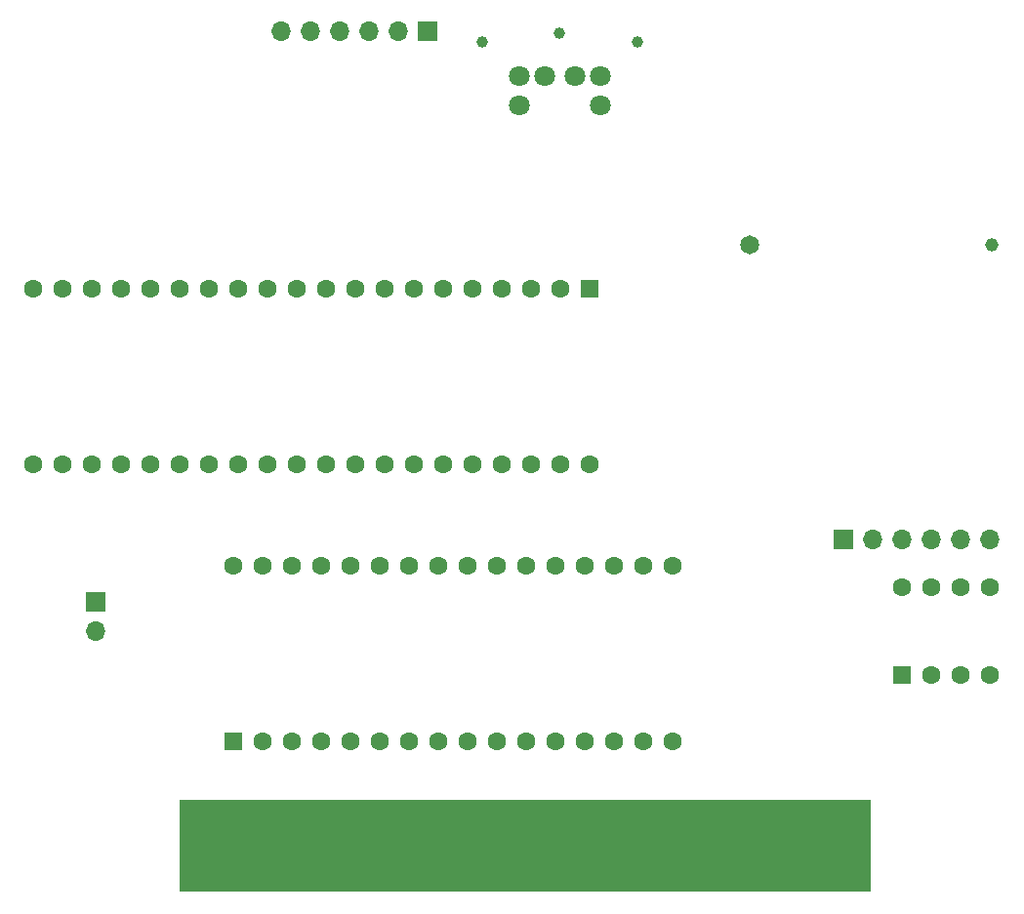
<source format=gbr>
%TF.GenerationSoftware,KiCad,Pcbnew,9.0.0*%
%TF.CreationDate,2025-03-18T20:07:55+01:00*%
%TF.ProjectId,SuperCPM65,53757065-7243-4504-9d36-352e6b696361,rev?*%
%TF.SameCoordinates,Original*%
%TF.FileFunction,Soldermask,Bot*%
%TF.FilePolarity,Negative*%
%FSLAX46Y46*%
G04 Gerber Fmt 4.6, Leading zero omitted, Abs format (unit mm)*
G04 Created by KiCad (PCBNEW 9.0.0) date 2025-03-18 20:07:55*
%MOMM*%
%LPD*%
G01*
G04 APERTURE LIST*
G04 Aperture macros list*
%AMRoundRect*
0 Rectangle with rounded corners*
0 $1 Rounding radius*
0 $2 $3 $4 $5 $6 $7 $8 $9 X,Y pos of 4 corners*
0 Add a 4 corners polygon primitive as box body*
4,1,4,$2,$3,$4,$5,$6,$7,$8,$9,$2,$3,0*
0 Add four circle primitives for the rounded corners*
1,1,$1+$1,$2,$3*
1,1,$1+$1,$4,$5*
1,1,$1+$1,$6,$7*
1,1,$1+$1,$8,$9*
0 Add four rect primitives between the rounded corners*
20,1,$1+$1,$2,$3,$4,$5,0*
20,1,$1+$1,$4,$5,$6,$7,0*
20,1,$1+$1,$6,$7,$8,$9,0*
20,1,$1+$1,$8,$9,$2,$3,0*%
G04 Aperture macros list end*
%ADD10C,1.150000*%
%ADD11C,1.650000*%
%ADD12RoundRect,0.250000X-0.550000X0.550000X-0.550000X-0.550000X0.550000X-0.550000X0.550000X0.550000X0*%
%ADD13C,1.600000*%
%ADD14R,1.700000X1.700000*%
%ADD15O,1.700000X1.700000*%
%ADD16C,1.000000*%
%ADD17C,1.800000*%
%ADD18RoundRect,0.250000X0.550000X-0.550000X0.550000X0.550000X-0.550000X0.550000X-0.550000X-0.550000X0*%
%ADD19R,59.999880X8.001000*%
G04 APERTURE END LIST*
D10*
%TO.C,J4*%
X153950000Y-65300000D03*
D11*
X132950000Y-65300000D03*
%TD*%
D12*
%TO.C,U4*%
X119120000Y-69100000D03*
D13*
X116580000Y-69100000D03*
X114040000Y-69100000D03*
X111500000Y-69100000D03*
X108960000Y-69100000D03*
X106420000Y-69100000D03*
X103880000Y-69100000D03*
X101340000Y-69100000D03*
X98800000Y-69100000D03*
X96260000Y-69100000D03*
X93720000Y-69100000D03*
X91180000Y-69100000D03*
X88640000Y-69100000D03*
X86100000Y-69100000D03*
X83560000Y-69100000D03*
X81020000Y-69100000D03*
X78480000Y-69100000D03*
X75940000Y-69100000D03*
X73400000Y-69100000D03*
X70860000Y-69100000D03*
X70860000Y-84340000D03*
X73400000Y-84340000D03*
X75940000Y-84340000D03*
X78480000Y-84340000D03*
X81020000Y-84340000D03*
X83560000Y-84340000D03*
X86100000Y-84340000D03*
X88640000Y-84340000D03*
X91180000Y-84340000D03*
X93720000Y-84340000D03*
X96260000Y-84340000D03*
X98800000Y-84340000D03*
X101340000Y-84340000D03*
X103880000Y-84340000D03*
X106420000Y-84340000D03*
X108960000Y-84340000D03*
X111500000Y-84340000D03*
X114040000Y-84340000D03*
X116580000Y-84340000D03*
X119120000Y-84340000D03*
%TD*%
D14*
%TO.C,J2*%
X141100000Y-90900000D03*
D15*
X143640000Y-90900000D03*
X146180000Y-90900000D03*
X148720000Y-90900000D03*
X151260000Y-90900000D03*
X153800000Y-90900000D03*
%TD*%
D16*
%TO.C,J5*%
X109740000Y-47700000D03*
X116500000Y-46900000D03*
X123260000Y-47700000D03*
D17*
X117800000Y-50700000D03*
X115200000Y-50700000D03*
X120050000Y-50700000D03*
X112950000Y-50700000D03*
X120050000Y-53200000D03*
X112950000Y-53200000D03*
%TD*%
D18*
%TO.C,U2*%
X146190000Y-102605000D03*
D13*
X148730000Y-102605000D03*
X151270000Y-102605000D03*
X153810000Y-102605000D03*
X153810000Y-94985000D03*
X151270000Y-94985000D03*
X148730000Y-94985000D03*
X146190000Y-94985000D03*
%TD*%
D14*
%TO.C,J3*%
X105040000Y-46800000D03*
D15*
X102500000Y-46800000D03*
X99960000Y-46800000D03*
X97420000Y-46800000D03*
X94880000Y-46800000D03*
X92340000Y-46800000D03*
%TD*%
D14*
%TO.C,J1*%
X76200000Y-96260000D03*
D15*
X76200000Y-98800000D03*
%TD*%
D19*
%TO.C,CON1*%
X113500020Y-117500380D03*
%TD*%
D18*
%TO.C,U3*%
X88150000Y-108420000D03*
D13*
X90690000Y-108420000D03*
X93230000Y-108420000D03*
X95770000Y-108420000D03*
X98310000Y-108420000D03*
X100850000Y-108420000D03*
X103390000Y-108420000D03*
X105930000Y-108420000D03*
X108470000Y-108420000D03*
X111010000Y-108420000D03*
X113550000Y-108420000D03*
X116090000Y-108420000D03*
X118630000Y-108420000D03*
X121170000Y-108420000D03*
X123710000Y-108420000D03*
X126250000Y-108420000D03*
X126250000Y-93180000D03*
X123710000Y-93180000D03*
X121170000Y-93180000D03*
X118630000Y-93180000D03*
X116090000Y-93180000D03*
X113550000Y-93180000D03*
X111010000Y-93180000D03*
X108470000Y-93180000D03*
X105930000Y-93180000D03*
X103390000Y-93180000D03*
X100850000Y-93180000D03*
X98310000Y-93180000D03*
X95770000Y-93180000D03*
X93230000Y-93180000D03*
X90690000Y-93180000D03*
X88150000Y-93180000D03*
%TD*%
M02*

</source>
